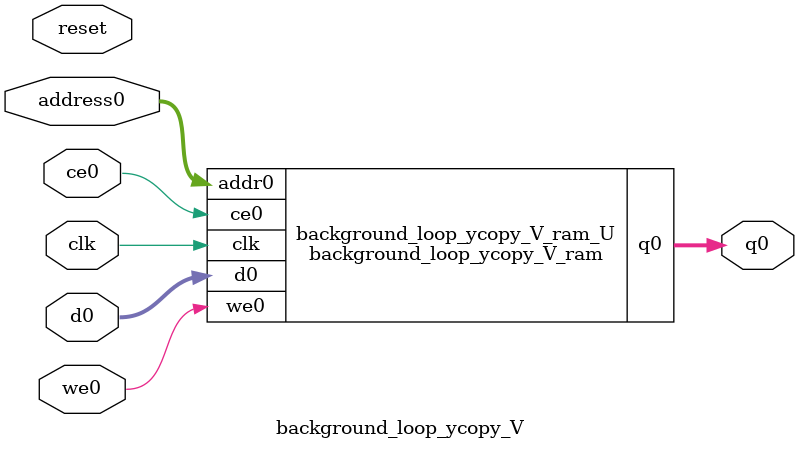
<source format=v>
`timescale 1 ns / 1 ps
module background_loop_ycopy_V_ram (addr0, ce0, d0, we0, q0,  clk);

parameter DWIDTH = 32;
parameter AWIDTH = 10;
parameter MEM_SIZE = 640;

input[AWIDTH-1:0] addr0;
input ce0;
input[DWIDTH-1:0] d0;
input we0;
output reg[DWIDTH-1:0] q0;
input clk;

reg [DWIDTH-1:0] ram[0:MEM_SIZE-1];




always @(posedge clk)  
begin 
    if (ce0) begin
        if (we0) 
            ram[addr0] <= d0; 
        q0 <= ram[addr0];
    end
end


endmodule

`timescale 1 ns / 1 ps
module background_loop_ycopy_V(
    reset,
    clk,
    address0,
    ce0,
    we0,
    d0,
    q0);

parameter DataWidth = 32'd32;
parameter AddressRange = 32'd640;
parameter AddressWidth = 32'd10;
input reset;
input clk;
input[AddressWidth - 1:0] address0;
input ce0;
input we0;
input[DataWidth - 1:0] d0;
output[DataWidth - 1:0] q0;



background_loop_ycopy_V_ram background_loop_ycopy_V_ram_U(
    .clk( clk ),
    .addr0( address0 ),
    .ce0( ce0 ),
    .we0( we0 ),
    .d0( d0 ),
    .q0( q0 ));

endmodule


</source>
